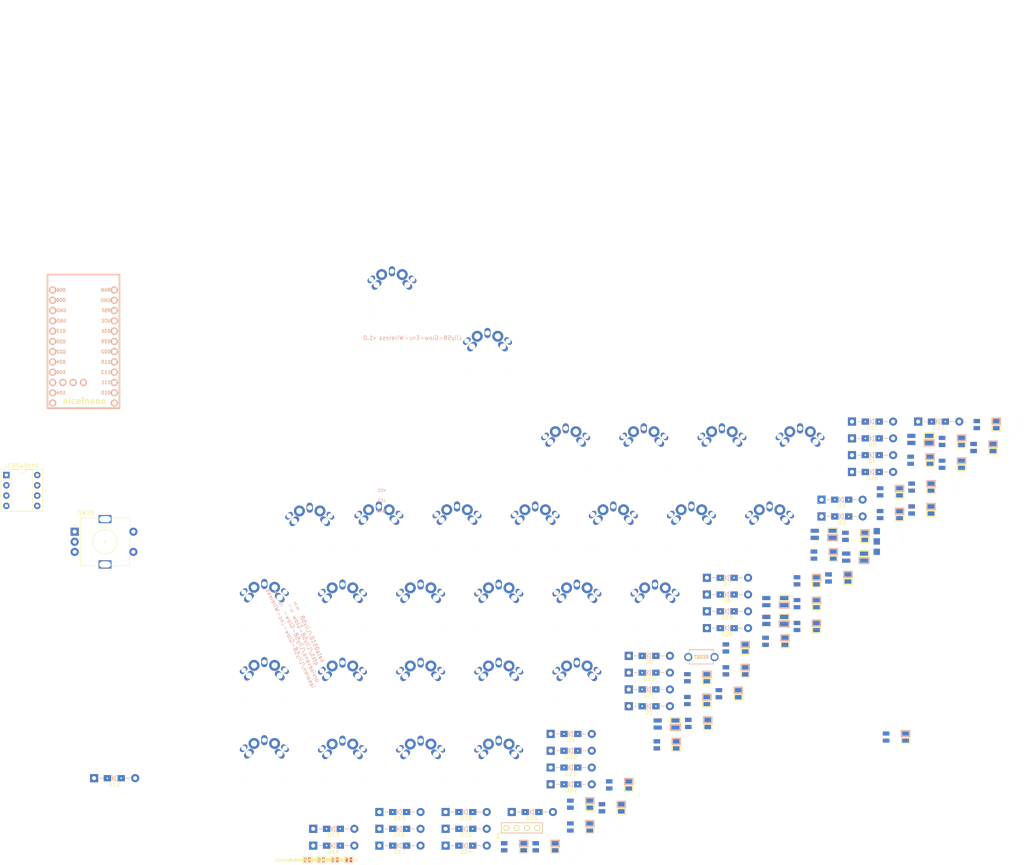
<source format=kicad_pcb>
(kicad_pcb (version 20211014) (generator pcbnew)
  (layers (0 "F.Cu" signal) (31 "B.Cu" signal) (34 "B.Paste" user) (35 "F.Paste" user) (36 "B.SilkS" user "B.Silkscreen") (37 "F.SilkS" user "F.Silkscreen") (38 "B.Mask" user) (39 "F.Mask" user) (44 "Edge.Cuts" user))
  (net 0 "")
  (net 1 "Net-(D1-Pad2)")
  (net 2 "row0")
  (net 3 "Net-(D2-Pad2)")
  (net 4 "Net-(D3-Pad2)")
  (net 5 "Net-(D4-Pad2)")
  (net 6 "Net-(D5-Pad2)")
  (net 7 "Net-(D6-Pad2)")
  (net 8 "Net-(D7-Pad2)")
  (net 9 "row1")
  (net 10 "Net-(D8-Pad2)")
  (net 11 "Net-(D9-Pad2)")
  (net 12 "Net-(D10-Pad2)")
  (net 13 "Net-(D11-Pad2)")
  (net 14 "Net-(D12-Pad2)")
  (net 15 "Net-(D13-Pad2)")
  (net 16 "row2")
  (net 17 "Net-(D14-Pad2)")
  (net 18 "Net-(D15-Pad2)")
  (net 19 "Net-(D16-Pad2)")
  (net 20 "Net-(D17-Pad2)")
  (net 21 "Net-(D18-Pad2)")
  (net 22 "Net-(D19-Pad2)")
  (net 23 "row3")
  (net 24 "Net-(D20-Pad2)")
  (net 25 "Net-(D21-Pad2)")
  (net 26 "Net-(D22-Pad2)")
  (net 27 "Net-(D23-Pad2)")
  (net 28 "Net-(D24-Pad2)")
  (net 29 "Net-(D25-Pad2)")
  (net 30 "row4")
  (net 31 "Net-(D26-Pad2)")
  (net 32 "Net-(D27-Pad2)")
  (net 33 "Net-(D28-Pad2)")
  (net 34 "Net-(D29-Pad2)")
  (net 35 "GND")
  (net 36 "LED")
  (net 37 "Net-(J1-Pad1)")
  (net 38 "Net-(JP1-Pad1)")
  (net 39 "Net-(JP2-Pad1)")
  (net 40 "Net-(JP3-Pad1)")
  (net 41 "SCL")
  (net 42 "Net-(JP4-Pad1)")
  (net 43 "SDA")
  (net 44 "Net-(L1-Pad1)")
  (net 45 "Net-(L1-Pad4)")
  (net 46 "Net-(L1-Pad3)")
  (net 47 "Net-(L2-Pad1)")
  (net 49 "Net-(L3-Pad1)")
  (net 50 "Net-(L4-Pad1)")
  (net 51 "Net-(L5-Pad1)")
  (net 52 "Net-(L12-Pad3)")
  (net 53 "Net-(L13-Pad3)")
  (net 54 "Net-(L7-Pad3)")
  (net 55 "Net-(L8-Pad3)")
  (net 56 "Net-(L10-Pad1)")
  (net 57 "Net-(L10-Pad3)")
  (net 58 "Net-(L11-Pad3)")
  (net 59 "Net-(L13-Pad1)")
  (net 60 "Net-(L14-Pad1)")
  (net 61 "Net-(L15-Pad1)")
  (net 62 "Net-(L16-Pad1)")
  (net 63 "Net-(L17-Pad1)")
  (net 64 "Net-(L18-Pad1)")
  (net 65 "Net-(L19-Pad1)")
  (net 66 "Net-(L19-Pad3)")
  (net 67 "Net-(L20-Pad3)")
  (net 68 "Net-(L21-Pad3)")
  (net 69 "Net-(L22-Pad3)")
  (net 70 "Net-(L23-Pad3)")
  (net 71 "Net-(L25-Pad1)")
  (net 72 "Net-(L26-Pad1)")
  (net 73 "Net-(L27-Pad1)")
  (net 74 "Net-(L28-Pad1)")
  (net 75 "Net-(L29-Pad1)")
  (net 78 "Net-(L31-Pad3)")
  (net 80 "Net-(L32-Pad3)")
  (net 81 "Net-(L33-Pad3)")
  (net 82 "Net-(L34-Pad3)")
  (net 83 "Net-(L34-Pad1)")
  (net 84 "Net-(L35-Pad1)")
  (net 85 "LEDBack")
  (net 86 "LEDGlow")
  (net 87 "RESET")
  (net 88 "col5")
  (net 89 "col4")
  (net 90 "col3")
  (net 91 "col2")
  (net 92 "col1")
  (net 93 "col0")
  (net 94 "enc2")
  (net 95 "enc1")
  (footprint "Lily58-footprint:Diode_TH_SOD123" (layer "F.Cu") (at 235.47 71.64)
    (fp_text reference "D26")
    (fp_text value "D" hide)
  )
  (footprint "Lily58-footprint:HOLE_M2_TH" (layer "F.Cu") (at 254.5252 75.4152)
    (fp_text reference "TH7" hide)
    (fp_text value "HOLE" hide)
  )
  (footprint "Lily58-footprint:MX_PG1350_FLIP_HOLES_18mm" (layer "F.Cu") (at 123.915 105.365)
    (fp_text reference "SW8" hide)
    (fp_text value "SW_PUSH" hide)
  )
  (footprint "Lily58-footprint:Diode_TH_SOD123" (layer "F.Cu") (at 227.94 82.64)
    (fp_text reference "D2")
    (fp_text value "D" hide)
  )
  (footprint "Lily58-footprint:Diode_TH_SOD123" (layer "F.Cu") (at 251.82 59.19)
    (fp_text reference "D27")
    (fp_text value "D" hide)
  )
  (footprint "Lily58-footprint:Jumper" (layer "F.Cu") (at 102.793 167.529)
    (fp_text reference "JP2" hide)
    (fp_text value "Jumper_NO_Small")
  )
  (footprint "Lily58-footprint:MX_PG1350_FLIP_HOLES_18mm" (layer "F.Cu") (at 104.615 143.965)
    (fp_text reference "SW11" hide)
    (fp_text value "SW_PUSH" hide)
  )
  (footprint "Lily58-footprint:MX_PG1350_FLIP_HOLES_18mm" (layer "F.Cu") (at 140.445 43.18)
    (fp_text reference "SW29" hide)
    (fp_text value "SW_PUSH" hide)
  )
  (footprint "Lily58-footprint:Diode_TH_SOD123" (layer "F.Cu") (at 135.09 159.84)
    (fp_text reference "D10")
    (fp_text value "D" hide)
  )
  (footprint "Lily58-footprint:MX_PG1350_FLIP_HOLES_18mm" (layer "F.Cu") (at 85.315 105.225)
    (fp_text reference "SW1" hide)
    (fp_text value "SW_PUSH" hide)
  )
  (footprint "Lily58-footprint:SK6812MINI_rev" (layer "F.Cu") (at 184.665 139.09)
    (fp_text reference "L16" hide)
    (fp_text value "SK6812mini" hide)
  )
  (footprint "Lily58-footprint:MX_PG1350_FLIP_HOLES_18mm" (layer "F.Cu") (at 85.315 143.825)
    (fp_text reference "SW6" hide)
    (fp_text value "SW_PUSH" hide)
  )
  (footprint "Lily58-footprint:Diode_TH_SOD123" (layer "F.Cu") (at 199.64 110.24)
    (fp_text reference "D28")
    (fp_text value "D" hide)
  )
  (footprint "Lily58-footprint:SK6812MINI_rev" (layer "F.Cu") (at 192.445 133.79)
    (fp_text reference "L21" hide)
    (fp_text value "SK6812mini" hide)
  )
  (footprint "Lily58-footprint:Diode_TH_SOD123" (layer "F.Cu") (at 180.34 125.39)
    (fp_text reference "D21")
    (fp_text value "D" hide)
  )
  (footprint "Lily58-footprint:Diode_TH_SOD123" (layer "F.Cu") (at 180.34 117.09)
    (fp_text reference "D8")
    (fp_text value "D" hide)
  )
  (footprint "Lily58-footprint:MX_PG1350_FLIP_HOLES_18mm" (layer "F.Cu") (at 143.215 124.665)
    (fp_text reference "SW22" hide)
    (fp_text value "SW_PUSH" hide)
  )
  (footprint "Lily58-footprint:MX_PG1350_FLIP_HOLES_18mm" (layer "F.Cu") (at 152.215 86.065)
    (fp_text reference "SW9" hide)
    (fp_text value "SW_PUSH" hide)
  )
  (footprint "Lily58-footprint:Diode_TH_SOD123" (layer "F.Cu") (at 161.04 136.39)
    (fp_text reference "D9")
    (fp_text value "D" hide)
  )
  (footprint "Lily58-footprint:MX_PG1350_FLIP_HOLES_18mm" (layer "F.Cu") (at 171.515 86.065)
    (fp_text reference "SW20" hide)
    (fp_text value "SW_PUSH" hide)
  )
  (footprint "Lily58-footprint:MX_PG1350_FLIP_HOLES_18mm" (layer "F.Cu") (at 162.515 105.365)
    (fp_text reference "SW21" hide)
    (fp_text value "SW_PUSH" hide)
  )
  (footprint "Lily58-footprint:HOLE_M2" (layer "F.Cu") (at 112.735 167.665)
    (fp_text reference "TH2" hide)
    (fp_text value "HOLE" hide)
  )
  (footprint "Lily58-footprint:SK6812MINI_rev" (layer "F.Cu") (at 255.125 69.74)
    (fp_text reference "L19" hide)
    (fp_text value "SK6812mini" hide)
  )
  (footprint "Lily58-footprint:SK6812MINI_rev" (layer "F.Cu") (at 192.215 122.49)
    (fp_text reference "L30" hide)
    (fp_text value "SK6812mini" hide)
  )
  (footprint "Lily58-footprint:SK6812MINI_underglow_rev" (layer "F.Cu") (at 231.245 92.69)
    (fp_text reference "L31" hide)
    (fp_text value "SK6812mini" hide)
  )
  (footprint "Lily58-footprint:SK6812MINI_rev" (layer "F.Cu") (at 192.215 128.14)
    (fp_text reference "L28" hide)
    (fp_text value "SK6812mini" hide)
  )
  (footprint "Lily58-footprint:SK6812MINI_underglow_rev" (layer "F.Cu") (at 184.665 133.94)
    (fp_text reference "L34" hide)
    (fp_text value "SK6812mini" hide)
  )
  (footprint "Lily58-footprint:Diode_TH_SOD123" (layer "F.Cu") (at 48.26 147.32)
    (fp_text reference "D12")
    (fp_text value "D" hide)
  )
  (footprint "Lily58-footprint:SK6812MINI_underglow_rev" (layer "F.Cu") (at 211.515 103.69)
    (fp_text reference "L32" hide)
    (fp_text value "SK6812mini" hide)
  )
  (footprint "Lily58-footprint:MX_PG1350_FLIP_HOLES_18mm" (layer "F.Cu") (at 159.745 66.765)
    (fp_text reference "SW27" hide)
    (fp_text value "SW_PUSH" hide)
  )
  (footprint "Lily58-footprint:SK6812MINI_rev" (layer "F.Cu") (at 263.695 59.94)
    (fp_text reference "L7" hide)
    (fp_text value "SK6812mini" hide)
  )
  (footprint "Lily58-footprint:SK6812MINI_rev" (layer "F.Cu") (at 171.095 154.64)
    (fp_text reference "L24" hide)
    (fp_text value "SK6812mini" hide)
  )
  (footprint "Lily58-footprint:MX_PG1350_FLIP_HOLES_18mm" (layer "F.Cu") (at 190.815 86.065)
    (fp_text reference "SW18" hide)
    (fp_text value "SW_PUSH" hide)
  )
  (footprint "Lily58-footprint:MX_PG1350_FLIP_HOLES_18mm" (layer "F.Cu") (at 85.315 124.525)
    (fp_text reference "SW4" hide)
    (fp_text value "SW_PUSH" hide)
  )
  (footprint "Lily58-footprint:Diode_TH_SOD123" (layer "F.Cu") (at 118.74 163.99)
    (fp_text reference "D17")
    (fp_text value "D" hide)
  )
  (footprint "Lily58-footprint:HOLE_M2_TH" (layer "F.Cu") (at 161.6752 165.0652)
    (fp_text reference "TH6" hide)
    (fp_text value "HOLE" hide)
  )
  (footprint "Lily58-footprint:Diode_TH_SOD123" (layer "F.Cu") (at 118.74 155.69)
    (fp_text reference "D15")
    (fp_text value "D" hide)
  )
  (footprint "Lily58-footprint:Diode_TH_SOD123" (layer "F.Cu") (at 235.47 59.19)
    (fp_text reference "D11")
    (fp_text value "D" hide)
  )
  (footprint "Lily58-footprint:MX_PG1350_FLIP_HOLES_18mm" (layer "F.Cu") (at 123.915 143.965)
    (fp_text reference "SW23" hide)
    (fp_text value "SW_PUSH" hide)
  )
  (footprint "Lily58-footprint:SK6812MINI_rev" (layer "F.Cu") (at 247.595 81.04)
    (fp_text reference "L23" hide)
    (fp_text value "SK6812mini" hide)
  )
  (footprint "Lily58-footprint:Diode_TH_SOD123" (layer "F.Cu") (at 161.04 148.84)
    (fp_text reference "D29")
    (fp_text value "D" hide)
  )
  (footprint "nice-nano-kicad:nice_nano" (layer "F.Cu") (at 40.64 40.64 -90)
    (fp_text reference "U1" hide)
    (fp_text value "nice_nano" hide)
  )
  (footprint "Lily58-footprint:Diode_TH_SOD123" (layer "F.Cu") (at 161.04 140.54)
    (fp_text reference "D22")
    (fp_text value "D" hide)
  )
  (footprint "Lily58-footprint:SK6812MINI_underglow_rev" (layer "F.Cu") (at 211.515 108.34)
    (fp_text reference "L35" hide)
    (fp_text value "SK6812mini" hide)
  )
  (footprint "Lily58-footprint:MY_SIL-4" (layer "F.Cu") (at 145.11 159.61)
    (fp_text reference "P4")
    (fp_text value "OLED" hide)
  )
  (footprint "Lily58-footprint:SK6812MINI_rev" (layer "F.Cu") (at 201.715 115.14)
    (fp_text reference "L6" hide)
    (fp_text value "SK6812mini" hide)
  )
  (footprint "Lily58-footprint:SK6812MINI_rev" (layer "F.Cu") (at 154.745 164.28)
    (fp_text reference "L3" hide)
    (fp_text value "SK6812mini" hide)
  )
  (footprint "Lily58-footprint:SK6812MINI_rev" (layer "F.Cu") (at 247.595 75.39)
    (fp_text reference "L20" hide)
    (fp_text value "SK6812mini" hide)
  )
  (footprint "Lily58-footprint:SK6812MINI_rev" (layer "F.Cu") (at 163.315 153.74)
    (fp_text reference "L4" hide)
    (fp_text value "SK6812mini" hide)
  )
  (footprint "Lily58-footprint:SK6812MINI_rev" (layer "F.Cu") (at 247.345 68.74)
    (fp_text reference "L14" hide)
    (fp_text value "SK6812mini" hide)
  )
  (footprint "Lily58-footprint:SK6812MINI_rev" (layer "F.Cu") (at 241.3 137.16)
    (fp_text reference "L11" hide)
    (fp_text value "SK6812mini" hide)
  )
  (footprint "Lily58-footprint:Diode_TH_SOD123" (layer "F.Cu") (at 135.09 155.69)
    (fp_text reference "D18")
    (fp_text value "D" hide)
  )
  (footprint "Lily58-footprint:Diode_TH_SOD123" (layer "F.Cu") (at 199.64 106.09)
    (fp_text reference "D19")
    (fp_text value "D" hide)
  )
  (footprint "Lily58-footprint:SK6812MINI_rev" (layer "F.Cu") (at 219.295 98.54)
    (fp_text reference "L29" hide)
    (fp_text value "SK6812mini" hide)
  )
  (footprint "Lily58-footprint:Diode_TH_SOD123" (layer "F.Cu") (at 102.39 159.84)
    (fp_text reference "D13")
    (fp_text value "D" hide)
  )
  (footprint "Lily58-footprint:SK6812MINI_rev" (layer "F.Cu") (at 146.965 164.28)
    (fp_text reference "L13" hide)
    (fp_text value "SK6812mini" hide)
  )
  (footprint "Lily58-footprint:Diode_TH_SOD123" (layer "F.Cu") (at 180.34 121.24)
    (fp_text reference "D20")
    (fp_text value "D" hide)
  )
  (footprint "Lily58-footprint:MX_PG1350_FLIP_HOLES_18mm" (layer "F.Cu") (at 104.615 124.665)
    (fp_text reference "SW19" hide)
    (fp_text value "SW_PUSH" hide)
  )
  (footprint "Lily58-footprint:SK6812MINI_rev" (layer "F.Cu") (at 227.075 97.84)
    (fp_text reference "L17" hide)
    (fp_text value "SK6812mini" hide)
  )
  (footprint "Lily58-footprint:TACT_SWITCH_TVBP06" (layer "F.Cu") (at 193.265 117.39)
    (fp_text reference "RSW1" hide)
    (fp_text value "SW_RST" hide)
  )
  (footprint "Lily58-footprint:Diode_TH_SOD123" (layer "F.Cu") (at 199.64 101.94)
    (fp_text reference "D6")
    (fp_text value "D" hide)
  )
  (footprint "Lily58-footprint:MX_PG1350_FLIP_HOLES_18mm" (layer "F.Cu") (at 210.115 86.065)
    (fp_text reference "SW17" hide)
    (fp_text value "SW_PUSH" hide)
  )
  (footprint "Lily58-footprint:SK6812MINI_rev" (layer "F.Cu") (at 255.125 64.09)
    (fp_text reference "L5" hide)
    (fp_text value "SK6812mini" hide)
  )
  (footprint "Lily58-footprint:Diode_TH_SOD123" (layer "F.Cu") (at 235.47 67.49)
    (fp_text reference "D4")
    (fp_text value "D" hide)
  )
  (footprint "Lily58-footprint:SK6812MINI_underglow_rev" (layer "F.Cu") (at 247.345 63.59)
    (fp_text reference "L33" hide)
    (fp_text value "SK6812mini" hide)
  )
  (footprint "Lily58-footprint:HOLE_M2_TH" (layer "F.Cu") (at 270.6252 59.9652)
    (fp_text reference "TH4" hide)
    (fp_text value "HOLE" hide)
  )
  (footprint "Lily58-footprint:Diode_TH_SOD123" (layer "F.Cu") (at 151.44 155.69)
    (fp_text reference "D25")
    (fp_text value "D" hide)
  )
  (footprint "Lily58-footprint:MX_PG1350_FLIP_HOLES_18mm" (layer "F.Cu") (at 162.515 124.665)
    (fp_text reference "SW15" hide)
    (fp_text value "SW_PUSH" hide)
  )
  (footprint "Lily58-footprint:SK6812MINI_rev" (layer "F.Cu") (at 199.995 126.44)
    (fp_text reference "L27" hide)
    (fp_text value "SK6812mini" hide)
  )
  (footprint "Lily58-footprint:RotaryEncoder_Alps_EC11E-Switch_Vertical_H20mm" (layer "F.Cu") (at 38.47 86.4)
    (fp_text reference "SW25")
    (fp_text value "Rotary_Encoder_Switch")
  )
  (footprint "Lily58-footprint:MX_PG1350_FLIP_HOLES_18mm" (layer "F.Cu") (at 104.615 105.365)
    (fp_text reference "SW28" hide)
    (fp_text value "SW_PUSH" hide)
  )
  (footprint "Lily58-footprint:SK6812MINI_rev" (layer "F.Cu") (at 163.315 159.39)
    (fp_text reference "L9" hide)
    (fp_text value "SK6812mini" hide)
  )
  (footprint "Lily58-footprint:Jumper" (layer "F.Cu") (at 99.363 167.529)
    (fp_text reference "JP3" hide)
    (fp_text value "Jumper_NO_Small")
  )
  (footprint "Lily58-footprint:MX_PG1350_FLIP_HOLES_18mm" (layer "F.Cu") (at 132.915 86.065)
    (fp_text reference "SW5" hide)
    (fp_text value "SW_PUSH" hide)
  )
  (footprint "Lily58-footprint:Diode_TH_SOD123" (layer "F.Cu") (at 227.94 78.49)
    (fp_text reference "D3")
    (fp_text value "D" hide)
  )
  (footprint "Lily58-footprint:MX_PG1350_FLIP_HOLES_18mm" (layer "F.Cu") (at 198.345 66.765)
    (fp_text reference "SW24" hide)
    (fp_text value "SW_PUSH" hide)
  )
  (footprint "Lily58-footprint:MX_PG1350_FLIP_HOLES_18mm" (layer "F.Cu") (at 179.045 66.765)
    (fp_text reference "SW10" hide)
    (fp_text value "SW_PUSH" hide)
  )
  (footprint "Lily58-footprint:Diode_TH_SOD123" (layer "F.Cu") (at 102.39 163.99)
    (fp_text reference "D14")
    (fp_text value "D" hide)
  )
  (footprint "Lily58-footprint:SK6812MINI_rev" (layer "F.Cu") (at 262.905 65.59)
    (fp_text reference "L22" hide)
    (fp_text value "SK6812mini" hide)
  )
  (footprint "Lily58-footprint:SK6812MINI_rev" (layer "F.Cu") (at 219.295 109.84)
    (fp_text reference "L26" hide)
    (fp_text value "SK6812mini" hide)
  )
  (footprint "Lily58-footprint:Diode_TH_SOD123" (layer "F.Cu") (at 180.34 129.54)
    (fp_text reference "D1")
    (fp_text value "D" hide)
  )
  (footprint "Lily58-footprint:SK6812MINI_underglow_rev" (layer "F.Cu") (at 223.465 87.04)
    (fp_text reference "L36" hide)
    (fp_text value "SK6812mini" hide)
  )
  (footprint "Lily58-footprint:MX_PG1350_FLIP_HOLES_18mm" (layer "F.Cu") (at 217.645 66.765)
    (fp_text reference "SW13" hide)
    (fp_text value "SW_PUSH" hide)
  )
  (footprint "Lily58-footprint:HOLE_M2_TH" (layer "F.Cu") (at 170.2452 160.3152)
    (fp_text reference "TH3" hide)
    (fp_text value "HOLE" hide)
  )
  (footprint "Lily58-footprint:SK6812MINI_rev" (layer "F.Cu") (at 239.815 76.54)
    (fp_text reference "L1" hide)
    (fp_text value "SK6812mini" hide)
  )
  (footprint "Lily58-footprint:SK6812MINI_rev" (layer "F.Cu") (at 239.815 82.19)
    (fp_text reference "L10" hide)
    (fp_text value "SK6812mini" hide)
  )
  (footprint "Lily58-footprint:Jumper" (layer "F.Cu") (at 106.223 167.529)
    (fp_text reference "JP1" hide)
    (fp_text value "Jumper_NO_Small")
  )
  (footprint "Lily58-footprint:MX_PG1350_FLIP_HOLES_18mm" (layer "F.Cu") (at 143.215 143.965)
    (fp_text reference "SW14" hide)
    (fp_text value "SW_PUSH" hide)
  )
  (footprint "Lily58-footprint:StripLED" (layer "F.Cu") (at 236.587 86.277)
    (fp_text reference "J1" hide)
    (fp_text value "LED" hide)
  )
  (footprint "Lily58-footprint:HOLE_M2_TH" (layer "F.Cu") (at 240.6952 87.8652)
    (fp_text reference "TH5" hide)
    (fp_text value "HOLE" hide)
  )
  (footprint "Lily58-footprint:SK6812MINI_rev" (layer "F.Cu") (at 231.245 87.54)
    (fp_text reference "L2" hide)
    (fp_text value "SK6812mini" hide)
  )
  (footprint "Lily58-footprint:Diode_TH_SOD123" (layer "F.Cu") (at 118.74 159.84)
    (fp_text reference "D16")
    (fp_text value "D" hide)
  )
  (footprint "Lily58-footprint:MX_PG1350_FLIP_HOLES_18mm" (layer "F.Cu") (at 143.215 105.365)
    (fp_text reference "SW7" hide)
    (fp_text value "SW_PUSH" hide)
  )
  (footprint "Lily58-footprint:Jumper" (layer "F.Cu") (at 95.933 167.529)
    (fp_text reference "JP4" hide)
    (fp_text value "Jumper_NO_Small")
  )
  (footprint "Lily58-footprint:MX_PG1350_FLIP_HOLES_18mm" (layer "F.Cu") (at 123.915 124.665)
    (fp_text reference "SW12" hide)
    (fp_text value "SW_PUSH" hide)
  )
  (footprint "Lily58-footprint:HOLE_M2" (layer "F.Cu") (at 109.535 167.665)
    (fp_text reference "TH1" hide)
    (fp_text value "HOLE" hide)
  )
  (footprint "Lily58-footprint:SK6812MINI_rev" (layer "F.Cu") (at 172.915 148.99)
    (fp_text reference "L15" hide)
    (fp_text value "SK6812mini" hide)
  )
  (footprint "Lily58-footprint:Diode_TH_SOD123" (layer "F.Cu") (at 161.04 144.69)
    (fp_text reference "D23")
    (fp_text value "D" hide)
  )
  (footprint "Lily58-footprint:Diode_TH_SOD123" (layer "F.Cu") (at 135.09 163.99)
    (fp_text reference "D24")
    (fp_text value "D" hide)
  )
  (footprint "Lily58-footprint:MX_PG1350_FLIP_HOLES_18mm" (layer "F.Cu") (at 113.615 86.065)
    (fp_text reference "SW3" hide)
    (fp_text value "SW_PUSH" hide)
  )
  (footprint "Lily58-footprint:MX_PG1350_FLIP_HOLES_27mm" (layer "F.Cu") (at 116.84 27.94)
    (fp_text reference "SW26" hide)
    (fp_text value "SW_PUSH" hide)
  )
  (footprint "Lily58-footprint:MX_PG1350_FLIP_HOLES_18mm" (layer "F.Cu") (at 181.815 105.365)
    (fp_text reference "SW16" hide)
    (fp_text value "SW_PUSH" hide)
  )
  (footprint "Package_DIP:DIP-8_W7.62mm_Socket" (layer "F.Cu") (at 21.6 72.4)
    (fp_text reference "LEDSwitch1")
    (fp_text value "SW_DIP_x04")
  )
  (footprint "Lily58-footprint:SK6812MINI_rev" (layer "F.Cu") (at 211.515 113.49)
    (fp_text reference "L18" hide)
    (fp_text value "SK6812mini" hide)
  )
  (footprint "Lily58-footprint:MX_PG1350_FLIP_HOLES_18mm" (layer "F.Cu") (at 96.52 86.36)
    (fp_text reference "SW2" hide)
    (fp_text value "SW_PUSH" hide)
  )
  (footprint "Lily58-footprint:Diode_TH_SOD123" (layer "F.Cu") (at 199.64 97.79)
    (fp_text reference "D7")
    (fp_text value "D" hide)
  )
  (footprint "Lily58-footprint:SK6812MINI_rev" (layer "F.Cu") (at 223.465 92.19)
    (fp_text reference "L25" hide)
    (fp_text value "SK6812mini" hide)
  )
  (footprint "Lily58-footprint:SK6812MINI_rev" (layer "F.Cu") (at 201.715 120.79)
    (fp_text reference "L8" hide)
    (fp_text value "SK6812mini" hide)
  )
  (footprint "Lily58-footprint:Diode_TH_SOD123" (layer "F.Cu") (at 235.47 63.34)
    (fp_text reference "D5")
    (fp_text value "D" hide)
  )
  (footprint "Lily58-footprint:SK6812MINI_rev" (layer "F.Cu") (at 219.295 104.19)
    (fp_text reference "L12" hide)
    (fp_text value "SK6812mini" hide)
  )
  (gr_text "LED" (at 114.3 78.7) (layer "B.SilkS") (effects (font (size 0.7 0.7) (thickness 0.125)) (justify mirror)))
  (gr_text "VCC" (at 114.3 76.2) (layer "B.SilkS") (effects (font (size 0.7 0.7) (thickness 0.125)) (justify mirror)))
  (gr_text "Lily58-Glow-Enc-Wireless v1.0" (at 121.92 38.5) (layer "B.SilkS") (effects (font (size 1 1)) (justify mirror)))
  (gr_text "kata0510/Lily58  => \nqtkb/Lily58-Glow => \norvisevans/Lily58-Glow-Enc =>\niasoren/Lily58-Glow-Enc-Wireless" (at 93.98 111.76 -65) (layer "B.SilkS") (effects (font (size 1 1)) (justify mirror)))
  (gr_text "GND" (at 114.2 81.3) (layer "B.SilkS") (effects (font (size 0.7 0.7) (thickness 0.125)) (justify mirror)))
)
</source>
